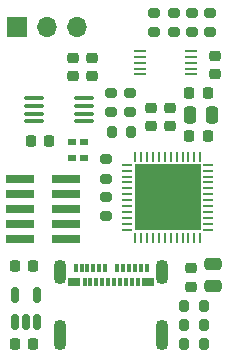
<source format=gbr>
%TF.GenerationSoftware,KiCad,Pcbnew,(5.99.0-8564-gb2cd1fddf9)*%
%TF.CreationDate,2021-01-25T15:54:05+03:00*%
%TF.ProjectId,Eloise_nA_meter_v2,456c6f69-7365-45f6-9e41-5f6d65746572,rev?*%
%TF.SameCoordinates,Original*%
%TF.FileFunction,Soldermask,Top*%
%TF.FilePolarity,Negative*%
%FSLAX46Y46*%
G04 Gerber Fmt 4.6, Leading zero omitted, Abs format (unit mm)*
G04 Created by KiCad (PCBNEW (5.99.0-8564-gb2cd1fddf9)) date 2021-01-25 15:54:05*
%MOMM*%
%LPD*%
G01*
G04 APERTURE LIST*
G04 Aperture macros list*
%AMRoundRect*
0 Rectangle with rounded corners*
0 $1 Rounding radius*
0 $2 $3 $4 $5 $6 $7 $8 $9 X,Y pos of 4 corners*
0 Add a 4 corners polygon primitive as box body*
4,1,4,$2,$3,$4,$5,$6,$7,$8,$9,$2,$3,0*
0 Add four circle primitives for the rounded corners*
1,1,$1+$1,$2,$3*
1,1,$1+$1,$4,$5*
1,1,$1+$1,$6,$7*
1,1,$1+$1,$8,$9*
0 Add four rect primitives between the rounded corners*
20,1,$1+$1,$2,$3,$4,$5,0*
20,1,$1+$1,$4,$5,$6,$7,0*
20,1,$1+$1,$6,$7,$8,$9,0*
20,1,$1+$1,$8,$9,$2,$3,0*%
G04 Aperture macros list end*
%ADD10RoundRect,0.225000X-0.225000X-0.250000X0.225000X-0.250000X0.225000X0.250000X-0.225000X0.250000X0*%
%ADD11RoundRect,0.225000X-0.250000X0.225000X-0.250000X-0.225000X0.250000X-0.225000X0.250000X0.225000X0*%
%ADD12R,1.700000X1.700000*%
%ADD13O,1.700000X1.700000*%
%ADD14RoundRect,0.225000X0.250000X-0.225000X0.250000X0.225000X-0.250000X0.225000X-0.250000X-0.225000X0*%
%ADD15RoundRect,0.200000X-0.275000X0.200000X-0.275000X-0.200000X0.275000X-0.200000X0.275000X0.200000X0*%
%ADD16RoundRect,0.200000X0.275000X-0.200000X0.275000X0.200000X-0.275000X0.200000X-0.275000X-0.200000X0*%
%ADD17RoundRect,0.200000X-0.200000X-0.275000X0.200000X-0.275000X0.200000X0.275000X-0.200000X0.275000X0*%
%ADD18RoundRect,0.150000X0.150000X-0.512500X0.150000X0.512500X-0.150000X0.512500X-0.150000X-0.512500X0*%
%ADD19R,0.300000X0.700000*%
%ADD20R,1.000000X0.700000*%
%ADD21O,1.100000X2.600000*%
%ADD22O,1.100000X2.100000*%
%ADD23RoundRect,0.100000X0.712500X0.100000X-0.712500X0.100000X-0.712500X-0.100000X0.712500X-0.100000X0*%
%ADD24RoundRect,0.062500X-0.062500X0.375000X-0.062500X-0.375000X0.062500X-0.375000X0.062500X0.375000X0*%
%ADD25RoundRect,0.062500X-0.375000X0.062500X-0.375000X-0.062500X0.375000X-0.062500X0.375000X0.062500X0*%
%ADD26R,5.600000X5.600000*%
%ADD27RoundRect,0.250000X-0.250000X-0.475000X0.250000X-0.475000X0.250000X0.475000X-0.250000X0.475000X0*%
%ADD28R,1.100000X0.250000*%
%ADD29RoundRect,0.200000X0.200000X0.275000X-0.200000X0.275000X-0.200000X-0.275000X0.200000X-0.275000X0*%
%ADD30R,2.400000X0.740000*%
%ADD31R,0.700000X0.600000*%
%ADD32RoundRect,0.250000X-0.475000X0.250000X-0.475000X-0.250000X0.475000X-0.250000X0.475000X0.250000X0*%
G04 APERTURE END LIST*
D10*
%TO.C,C12*%
X139425000Y-107000000D03*
X140975000Y-107000000D03*
%TD*%
D11*
%TO.C,C3*%
X146000000Y-89425000D03*
X146000000Y-90975000D03*
%TD*%
D12*
%TO.C,J2*%
X139600000Y-86800000D03*
D13*
X142140000Y-86800000D03*
X144680000Y-86800000D03*
%TD*%
D10*
%TO.C,C11*%
X139425000Y-113600000D03*
X140975000Y-113600000D03*
%TD*%
D14*
%TO.C,C14*%
X144400000Y-90975000D03*
X144400000Y-89425000D03*
%TD*%
D10*
%TO.C,C4*%
X154225000Y-96000000D03*
X155775000Y-96000000D03*
%TD*%
D14*
%TO.C,C8*%
X152600000Y-95175000D03*
X152600000Y-93625000D03*
%TD*%
D15*
%TO.C,R15*%
X147200000Y-97975000D03*
X147200000Y-99625000D03*
%TD*%
D11*
%TO.C,C2*%
X156400000Y-89225000D03*
X156400000Y-90775000D03*
%TD*%
D16*
%TO.C,R5*%
X152910415Y-87225000D03*
X152910415Y-85575000D03*
%TD*%
D17*
%TO.C,R10*%
X153775000Y-110400000D03*
X155425000Y-110400000D03*
%TD*%
D18*
%TO.C,U4*%
X139450000Y-111737500D03*
X140400000Y-111737500D03*
X141350000Y-111737500D03*
X141350000Y-109462500D03*
X139450000Y-109462500D03*
%TD*%
D17*
%TO.C,R9*%
X153775000Y-112000000D03*
X155425000Y-112000000D03*
%TD*%
%TO.C,R12*%
X153775000Y-113600000D03*
X155425000Y-113600000D03*
%TD*%
D19*
%TO.C,J3*%
X144600000Y-107160000D03*
X145100000Y-107160000D03*
X145600000Y-107160000D03*
X146100000Y-107160000D03*
X146600000Y-107160000D03*
X147100000Y-107160000D03*
X148100000Y-107160000D03*
X148600000Y-107160000D03*
X149100000Y-107160000D03*
X149600000Y-107160000D03*
X150100000Y-107160000D03*
X150600000Y-107160000D03*
D20*
X150700000Y-108400000D03*
D19*
X149850000Y-108400000D03*
X149350000Y-108400000D03*
X148850000Y-108400000D03*
X148350000Y-108400000D03*
X147850000Y-108400000D03*
X147350000Y-108400000D03*
X146850000Y-108400000D03*
X146350000Y-108400000D03*
X145850000Y-108400000D03*
X145350000Y-108400000D03*
D20*
X144500000Y-108400000D03*
D21*
X151920000Y-112870000D03*
D22*
X143280000Y-107510000D03*
D21*
X143280000Y-112870000D03*
D22*
X151920000Y-107510000D03*
%TD*%
D15*
%TO.C,R2*%
X147600000Y-92375000D03*
X147600000Y-94025000D03*
%TD*%
D16*
%TO.C,R7*%
X154410415Y-87225000D03*
X154410415Y-85575000D03*
%TD*%
D23*
%TO.C,U1*%
X145312500Y-94775000D03*
X145312500Y-94125000D03*
X145312500Y-93475000D03*
X145312500Y-92825000D03*
X141087500Y-92825000D03*
X141087500Y-93475000D03*
X141087500Y-94125000D03*
X141087500Y-94775000D03*
%TD*%
D15*
%TO.C,R8*%
X151210415Y-85575000D03*
X151210415Y-87225000D03*
%TD*%
D24*
%TO.C,U5*%
X155150000Y-97762500D03*
X154650000Y-97762500D03*
X154150000Y-97762500D03*
X153650000Y-97762500D03*
X153150000Y-97762500D03*
X152650000Y-97762500D03*
X152150000Y-97762500D03*
X151650000Y-97762500D03*
X151150000Y-97762500D03*
X150650000Y-97762500D03*
X150150000Y-97762500D03*
X149650000Y-97762500D03*
D25*
X148962500Y-98450000D03*
X148962500Y-98950000D03*
X148962500Y-99450000D03*
X148962500Y-99950000D03*
X148962500Y-100450000D03*
X148962500Y-100950000D03*
X148962500Y-101450000D03*
X148962500Y-101950000D03*
X148962500Y-102450000D03*
X148962500Y-102950000D03*
X148962500Y-103450000D03*
X148962500Y-103950000D03*
D24*
X149650000Y-104637500D03*
X150150000Y-104637500D03*
X150650000Y-104637500D03*
X151150000Y-104637500D03*
X151650000Y-104637500D03*
X152150000Y-104637500D03*
X152650000Y-104637500D03*
X153150000Y-104637500D03*
X153650000Y-104637500D03*
X154150000Y-104637500D03*
X154650000Y-104637500D03*
X155150000Y-104637500D03*
D25*
X155837500Y-103950000D03*
X155837500Y-103450000D03*
X155837500Y-102950000D03*
X155837500Y-102450000D03*
X155837500Y-101950000D03*
X155837500Y-101450000D03*
X155837500Y-100950000D03*
X155837500Y-100450000D03*
X155837500Y-99950000D03*
X155837500Y-99450000D03*
X155837500Y-98950000D03*
X155837500Y-98450000D03*
D26*
X152400000Y-101200000D03*
%TD*%
D27*
%TO.C,C6*%
X154250000Y-94200000D03*
X156150000Y-94200000D03*
%TD*%
D16*
%TO.C,R1*%
X149200000Y-94025000D03*
X149200000Y-92375000D03*
%TD*%
%TO.C,R6*%
X156010415Y-87225000D03*
X156010415Y-85575000D03*
%TD*%
D28*
%TO.C,U2*%
X150050000Y-88800000D03*
X150050000Y-89300000D03*
X150050000Y-89800000D03*
X150050000Y-90300000D03*
X150050000Y-90800000D03*
X154350000Y-90800000D03*
X154350000Y-90300000D03*
X154350000Y-89800000D03*
X154350000Y-89300000D03*
X154350000Y-88800000D03*
%TD*%
D11*
%TO.C,C9*%
X154400000Y-107225000D03*
X154400000Y-108775000D03*
%TD*%
D14*
%TO.C,C7*%
X151000000Y-95175000D03*
X151000000Y-93625000D03*
%TD*%
D29*
%TO.C,R14*%
X149325000Y-95700000D03*
X147675000Y-95700000D03*
%TD*%
D15*
%TO.C,R17*%
X147200000Y-101175000D03*
X147200000Y-102825000D03*
%TD*%
D30*
%TO.C,J1*%
X139850000Y-99660000D03*
X143750000Y-99660000D03*
X139850000Y-100930000D03*
X143750000Y-100930000D03*
X139850000Y-102200000D03*
X143750000Y-102200000D03*
X139850000Y-103470000D03*
X143750000Y-103470000D03*
X139850000Y-104740000D03*
X143750000Y-104740000D03*
%TD*%
D10*
%TO.C,C1*%
X140825000Y-96400000D03*
X142375000Y-96400000D03*
%TD*%
%TO.C,C5*%
X154225000Y-92400000D03*
X155775000Y-92400000D03*
%TD*%
D31*
%TO.C,D2*%
X144300000Y-97900000D03*
X144300000Y-96500000D03*
X145300000Y-97900000D03*
X145300000Y-96500000D03*
%TD*%
D32*
%TO.C,C10*%
X156200000Y-106850000D03*
X156200000Y-108750000D03*
%TD*%
M02*

</source>
